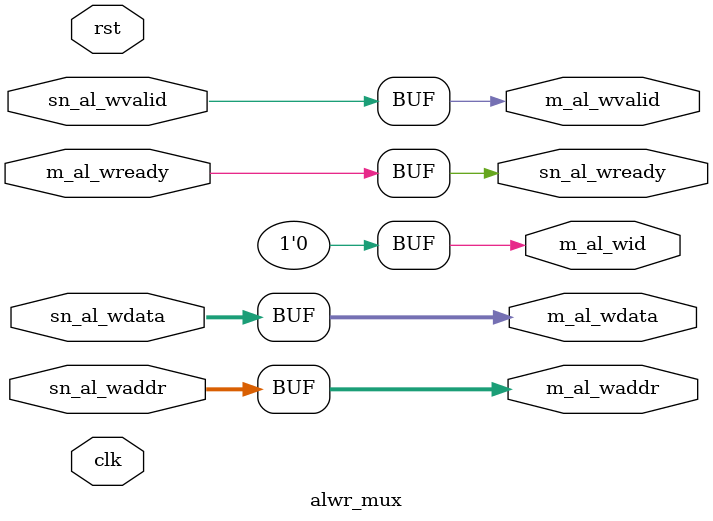
<source format=v>
module alwr_mux #(
    parameter DATA_BITS   = 2,
    parameter DATA_WIDTH  = 8 << DATA_BITS,
    parameter ADDR_WIDTH  = 4,
    parameter SLAVE_COUNT = 1,
    parameter SLAVE_COUNT_BITS = $clog2(SLAVE_COUNT),
    parameter SLAVE_COUNT_BITS_FIX = (SLAVE_COUNT_BITS == 0) ? 1 : SLAVE_COUNT_BITS,
    parameter SLAVE_LATCH_PIPELINED = 0
)(
    // AL clocks
    input                                 clk,
    input                                 rst,

    // AL Read channels
    input  [SLAVE_COUNT*(ADDR_WIDTH - DATA_BITS) - 1:0] sn_al_waddr,
    input  [SLAVE_COUNT*DATA_WIDTH - 1:0]               sn_al_wdata,
    input  [SLAVE_COUNT-1:0]                            sn_al_wvalid,
    output [SLAVE_COUNT-1:0]                            sn_al_wready,

    // Muxed channel
    output  [ADDR_WIDTH - 1:DATA_BITS]                  m_al_waddr,
    output  [DATA_WIDTH - 1:0]                          m_al_wdata,
    output                                              m_al_wvalid,
    output  [SLAVE_COUNT_BITS_FIX-1:0]                  m_al_wid,
    input                                               m_al_wready
);

generate
  if (SLAVE_COUNT_BITS == 0) begin
    assign sn_al_wready[0] = m_al_wready;
    assign m_al_waddr      = sn_al_waddr;
    assign m_al_wdata      = sn_al_wdata;
    assign m_al_wvalid     = sn_al_wvalid;
    assign m_al_wid        = 1'b0;
  end else begin
    wire m_al_wvalid_nv;

    assign m_al_wvalid   = ~m_al_wvalid_nv;
    assign m_al_waddr    = sn_al_waddr >> (m_al_wid*(ADDR_WIDTH - DATA_BITS));
    assign m_al_wdata    = sn_al_wdata >> (m_al_wid*DATA_WIDTH);
    assign sn_al_wready  = m_al_wready << m_al_wid;

    ctz_clz #(.BITS(SLAVE_COUNT)) clz_arddr_i (.data_i(sn_al_wvalid), .num_o(m_al_wid), .zero_o(m_al_wvalid_nv));
  end
endgenerate

endmodule

</source>
